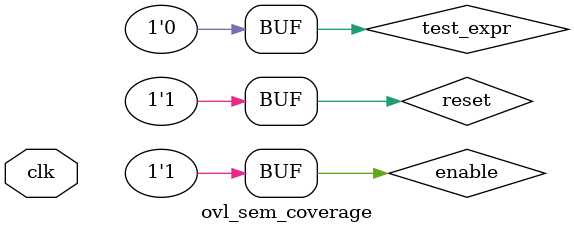
<source format=sv>
module ovl_sem_coverage(input logic clk);
  logic reset = 1'b1;
  logic enable = 1'b1;
`ifdef FAIL
  logic test_expr = 1'b1;
`else
  logic test_expr = 1'b0;
`endif

  ovl_coverage dut (
      .clock(clk),
      .reset(reset),
      .enable(enable),
      .test_expr(test_expr),
      .fire());
endmodule

</source>
